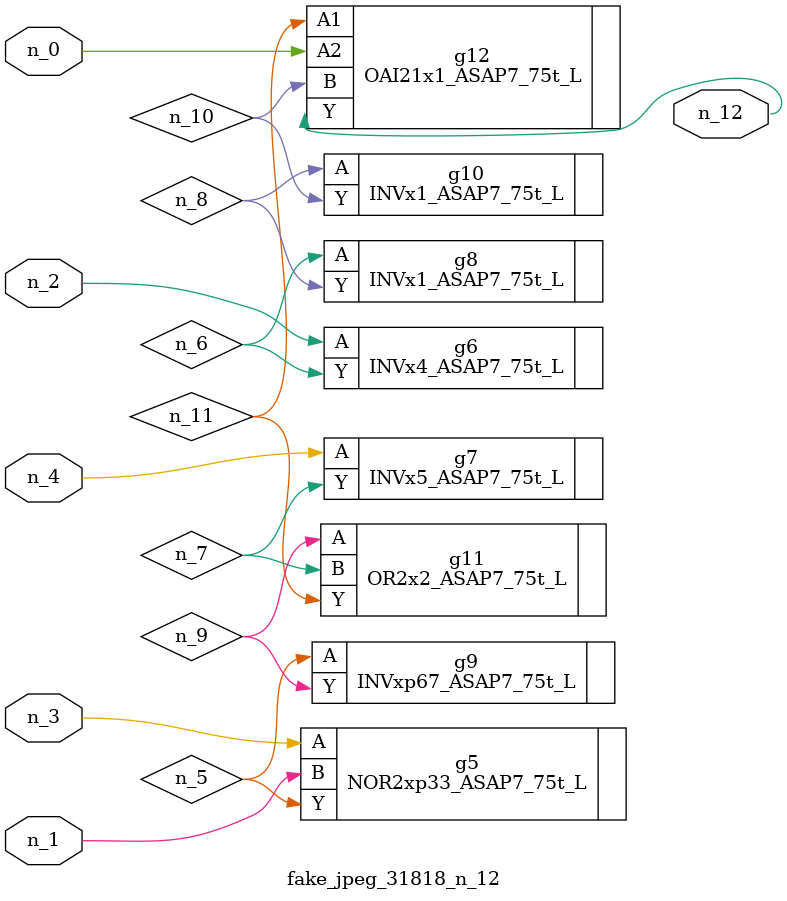
<source format=v>
module fake_jpeg_31818_n_12 (n_3, n_2, n_1, n_0, n_4, n_12);

input n_3;
input n_2;
input n_1;
input n_0;
input n_4;

output n_12;

wire n_11;
wire n_10;
wire n_8;
wire n_9;
wire n_6;
wire n_5;
wire n_7;

NOR2xp33_ASAP7_75t_L g5 ( 
.A(n_3),
.B(n_1),
.Y(n_5)
);

INVx4_ASAP7_75t_L g6 ( 
.A(n_2),
.Y(n_6)
);

INVx5_ASAP7_75t_L g7 ( 
.A(n_4),
.Y(n_7)
);

INVx1_ASAP7_75t_L g8 ( 
.A(n_6),
.Y(n_8)
);

INVx1_ASAP7_75t_L g10 ( 
.A(n_8),
.Y(n_10)
);

INVxp67_ASAP7_75t_L g9 ( 
.A(n_5),
.Y(n_9)
);

OR2x2_ASAP7_75t_L g11 ( 
.A(n_9),
.B(n_7),
.Y(n_11)
);

OAI21x1_ASAP7_75t_L g12 ( 
.A1(n_11),
.A2(n_0),
.B(n_10),
.Y(n_12)
);


endmodule
</source>
